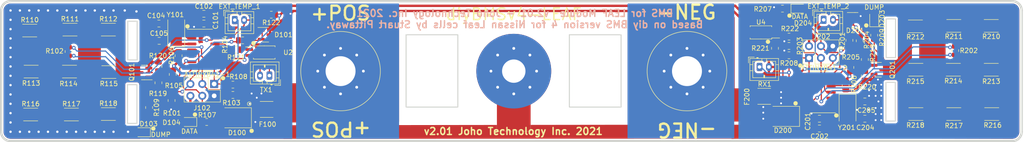
<source format=kicad_pcb>
(kicad_pcb (version 20210126) (generator pcbnew)
  (title_block (title "diyBMSv4 - LEAF") (date "2021-03-10") (rev "2.01") (company "Joho Technology Inc"))
  (layers (0 "F.Cu" signal) (31 "B.Cu" signal) (34 "B.Paste" user) (35 "F.Paste" user) (36 "B.SilkS" user "B.Silkscreen") (37 "F.SilkS" user "F.Silkscreen") (38 "B.Mask" user) (39 "F.Mask" user) (44 "Edge.Cuts" user))
  (net 0 "")
  (net 1 "VREF2")
  (net 2 "ENABLE2")
  (net 3 "DUMP_LOAD_ENABLE2")
  (net 4 "RXD2")
  (net 5 "TXD2")
  (net 6 "Net-(D204-Pad1)")
  (net 7 "Net-(TX1-Pad1)")
  (net 8 "RXD1")
  (net 9 "TXD1")
  (net 10 "+VDC")
  (net 11 "Net-(TX1-Pad2)")
  (net 12 "Net-(ATTINY841-1-Pad2)")
  (net 13 "Net-(ATTINY841-1-Pad3)")
  (net 14 "Net-(ATTINY841-1-Pad4)")
  (net 15 "DUMP_LOAD_ENABLE1")
  (net 16 "ENABLE1")
  (net 17 "Net-(ATTINY841-1-Pad7)")
  (net 18 "MISO1")
  (net 19 "SCK1")
  (net 20 "Net-(ATTINY841-1-Pad10)")
  (net 21 "VREF1")
  (net 22 "GND")
  (net 23 "Net-(D103-Pad1)")
  (net 24 "Net-(D104-Pad1)")
  (net 25 "Net-(Q101-Pad1)")
  (net 26 "Net-(Q101-Pad3)")
  (net 27 "Net-(R110-Pad2)")
  (net 28 "Net-(ATTINY841-2-Pad10)")
  (net 29 "-VDC")
  (net 30 "SCK2")
  (net 31 "MISO2")
  (net 32 "Net-(ATTINY841-2-Pad7)")
  (net 33 "Net-(ATTINY841-2-Pad4)")
  (net 34 "Net-(ATTINY841-2-Pad3)")
  (net 35 "Net-(ATTINY841-2-Pad2)")
  (net 36 "Net-(D203-Pad1)")
  (net 37 "Net-(R111-Pad2)")
  (net 38 "Net-(Q201-Pad1)")
  (net 39 "Net-(Q201-Pad3)")
  (net 40 "Net-(R210-Pad2)")
  (net 41 "Net-(+POS1-Pad1)")
  (net 42 "Net-(-NEG1-Pad1)")
  (net 43 "Net-(R121-Pad1)")
  (net 44 "Net-(R211-Pad2)")
  (net 45 "Net-(R221-Pad2)")
  (footprint "LED_SMD:LED_0805_2012Metric" (layer "F.Cu") (at 83.1 103.9 180)
    (fp_text reference "D104")
    (fp_text value "DATA")
  )
  (footprint "LED_SMD:LED_0805_2012Metric" (layer "F.Cu") (at 73.2 106.1 180)
    (fp_text reference "D103")
    (fp_text value "DUMP")
  )
  (footprint "Package_TO_SOT_SMD:SOT-23" (layer "F.Cu") (at 73.6 93.3 180)
    (fp_text reference "Q101")
    (fp_text value "SM2320NSAC-TRG" hide)
  )
  (footprint "Resistor_SMD:R_0805_2012Metric" (layer "F.Cu") (at 57.4 88.8 -90)
    (fp_text reference "R102")
    (fp_text value "CMFB103F3950FANT" hide)
  )
  (footprint "Resistor_SMD:R_0805_2012Metric" (layer "F.Cu") (at 86.9 103.9 180)
    (fp_text reference "R107")
    (fp_text value "2K2" hide)
  )
  (footprint "Resistor_SMD:R_0805_2012Metric" (layer "F.Cu") (at 76.6 95.5 -90)
    (fp_text reference "R119")
    (fp_text value "510R" hide)
  )
  (footprint "Resistor_SMD:R_0805_2012Metric" (layer "F.Cu") (at 76.6 92 90)
    (fp_text reference "R120")
    (fp_text value "10K" hide)
  )
  (footprint "Resistor_SMD:R_0805_2012Metric" (layer "F.Cu") (at 74.6 100.8 -90)
    (fp_text reference "R109")
    (fp_text value "2K2" hide)
  )
  (footprint "diyBMSv4-Leaf:MountingHole_6.5mm_Pad_Via" (layer "F.Cu") (at 115.5 93 180)
    (fp_text reference "+POS1" hide)
    (fp_text value "Screw_Terminal_01x01")
  )
  (footprint "Package_SO:SOP-4_4.4x2.6mm_P1.27mm" (layer "F.Cu") (at 205.3 84.7 180)
    (fp_text reference "U4")
    (fp_text value "EL3H7(B)(TA)-G" hide)
  )
  (footprint "diyBMSv4-Leaf:MountingHole_6.5mm_Pad_Via" (layer "F.Cu") (at 189.5 93 180)
    (fp_text reference "-NEG1" hide)
    (fp_text value "Screw_Terminal_01x01" hide)
  )
  (footprint "Package_SO:SOIC-14_3.9x8.7mm_P1.27mm" (layer "F.Cu") (at 86.2 88.45)
    (fp_text reference "ATTINY841-1")
    (fp_text value "ATtiny841-SSU" hide)
  )
  (footprint "Resistor_SMD:R_0805_2012Metric" (layer "F.Cu") (at 79.65 93.7 90)
    (fp_text reference "R105")
    (fp_text value "6.8K" hide)
  )
  (footprint "Resistor_SMD:R_0805_2012Metric" (layer "F.Cu") (at 94.6 86.4)
    (fp_text reference "R104")
    (fp_text value "1K" hide)
  )
  (footprint "Resistor_SMD:R_0805_2012Metric" (layer "F.Cu") (at 80.9 89.7 90)
    (fp_text reference "R106")
    (fp_text value "2.7K" hide)
  )
  (footprint "Capacitor_SMD:C_0805_2012Metric" (layer "F.Cu") (at 86.3 82.8)
    (fp_text reference "C101")
    (fp_text value "100nF" hide)
  )
  (footprint "Package_SO:SOP-4_4.4x2.6mm_P1.27mm" (layer "F.Cu") (at 99.2 89)
    (fp_text reference "U2")
    (fp_text value "EL3H7(B)(TA)-G" hide)
  )
  (footprint "Resistor_SMD:R_0805_2012Metric" (layer "F.Cu") (at 79.4 99.3 90)
    (fp_text reference "R101")
    (fp_text value "10K" hide)
  )
  (footprint "Resistor_SMD:R_0805_2012Metric" (layer "F.Cu") (at 92.5 98.1)
    (fp_text reference "R103")
    (fp_text value "10K" hide)
  )
  (footprint "Package_TO_SOT_SMD:SOT-23" (layer "F.Cu") (at 99.5 85.2)
    (fp_text reference "D101")
    (fp_text value "AZ432ANTR-E1" hide)
  )
  (footprint "Resistor_SMD:R_0805_2012Metric" (layer "F.Cu") (at 224.2 86.4 -90)
    (fp_text reference "R201")
    (fp_text value "10K" hide)
  )
  (footprint "Resistor_SMD:R_2010_5025Metric" (layer "F.Cu") (at 57.7 84.1)
    (fp_text reference "R111")
    (fp_text value "3.3OHM 3/4W" hide)
  )
  (footprint "Resistor_SMD:R_0805_2012Metric" (layer "F.Cu") (at 211.3 85.6)
    (fp_text reference "R222")
    (fp_text value "4K7" hide)
  )
  (footprint "Capacitor_SMD:C_0805_2012Metric" (layer "F.Cu") (at 76.75 86.5 180)
    (fp_text reference "C105")
    (fp_text value "22pF" hide)
  )
  (footprint "Capacitor_SMD:C_0805_2012Metric" (layer "F.Cu") (at 76.7 82.8 180)
    (fp_text reference "C104")
    (fp_text value "22pF" hide)
  )
  (footprint "Resistor_SMD:R_0805_2012Metric" (layer "F.Cu") (at 227.5 94 -90)
    (fp_text reference "R220")
    (fp_text value "10K" hide)
  )
  (footprint "Resistor_SMD:R_2010_5025Metric" (layer "F.Cu") (at 254.5 83.3 180)
    (fp_text reference "R210")
    (fp_text value "3.3OHM 3/4W" hide)
  )
  (footprint "Resistor_SMD:R_2010_5025Metric" (layer "F.Cu") (at 57.6 93.1)
    (fp_text reference "R114")
    (fp_text value "3.3OHM 3/4W" hide)
  )
  (footprint "LED_SMD:LED_0805_2012Metric" (layer "F.Cu") (at 229.5 81.8 90)
    (fp_text reference "D203")
    (fp_text value "DUMP")
  )
  (footprint "diyBMSv4-Leaf:MountingHole_6.5mm_Pad_Via" (layer "F.Cu") (at 152.5 93)
    (fp_text reference "CENTER1" hide)
    (fp_text value "Screw_Terminal_01x01" hide)
  )
  (footprint "Crystal:Crystal_SMD_5032-2Pin_5.0x3.2mm" (layer "F.Cu") (at 223.8 101 -90)
    (fp_text reference "Y201")
    (fp_text value "8MHZ Ceramic Resonator" hide)
  )
  (footprint "Resistor_SMD:R_2010_5025Metric" (layer "F.Cu") (at 246.5 83.3 180)
    (fp_text reference "R211")
    (fp_text value "3.3OHM 3/4W" hide)
  )
  (footprint "Diode_SMD:D_SMB" (layer "F.Cu") (at 92.9 103 180)
    (fp_text reference "D100")
    (fp_text value "SMBJ5.0A" hide)
  )
  (footprint "Resistor_SMD:R_2010_5025Metric" (layer "F.Cu") (at 65.9 102.2)
    (fp_text reference "R118")
    (fp_text value "3.3OHM 3/4W" hide)
  )
  (footprint "Resistor_SMD:R_2010_5025Metric" (layer "F.Cu") (at 246.4 92.7 180)
    (fp_text reference "R214")
    (fp_text value "3.3OHM 3/4W" hide)
  )
  (footprint "Package_TO_SOT_SMD:SOT-23" (layer "F.Cu") (at 225.4 82)
    (fp_text reference "D201")
    (fp_text value "AZ432ANTR-E1" hide)
  )
  (footprint "LED_SMD:LED_0805_2012Metric" (layer "F.Cu") (at 213.4 79.6)
    (fp_text reference "D204")
    (fp_text value "DATA")
  )
  (footprint "Resistor_SMD:R_2010_5025Metric" (layer "F.Cu") (at 238.4 92.7 180)
    (fp_text reference "R215")
    (fp_text value "3.3OHM 3/4W" hide)
  )
  (footprint "Diode_SMD:D_SMB" (layer "F.Cu") (at 210 102.7 180)
    (fp_text reference "D200")
    (fp_text value "SMBJ5.0A" hide)
  )
  (footprint "Capacitor_SMD:C_0805_2012Metric" (layer "F.Cu") (at 227.5 99.5)
    (fp_text reference "C205")
    (fp_text value "22pF" hide)
  )
  (footprint "Resistor_SMD:R_2010_5025Metric" (layer "F.Cu") (at 238.4 102.2 180)
    (fp_text reference "R218")
    (fp_text value "3.3OHM 3/4W" hide)
  )
  (footprint "Resistor_SMD:R_0805_2012Metric" (layer "F.Cu") (at 227.5 90.5 90)
    (fp_text reference "R219")
    (fp_text value "510R" hide)
  )
  (footprint "Resistor_SMD:R_2010_5025Metric" (layer "F.Cu") (at 49.3 102.3)
    (fp_text reference "R116")
    (fp_text value "3.3OHM 3/4W" hide)
  )
  (footprint "Connector_JST:JST_PH_B2B-PH-K_1x02_P2.00mm_Vertical" (layer "F.Cu") (at 100.3 93.95 180)
    (fp_text reference "TX1")
    (fp_text value "B2B-PH-K(LF)(SN)" hide)
  )
  (footprint "Resistor_SMD:R_2010_5025Metric" (layer "F.Cu") (at 254.5 92.7 180)
    (fp_text reference "R213")
    (fp_text value "3.3OHM 3/4W" hide)
  )
  (footprint "Fuse:Fuse_1812_4532Metric" (layer "F.Cu") (at 99.7 101.2)
    (fp_text reference "F100")
    (fp_text value "mSMD150" hide)
  )
  (footprint "Package_SO:SOIC-14_3.9x8.7mm_P1.27mm" (layer "F.Cu") (at 217.8 97.5 180)
    (fp_text reference "ATTINY841-2")
    (fp_text value "ATtiny841-SSU" hide)
  )
  (footprint "Fuse:Fuse_1812_4532Metric" (layer "F.Cu") (at 206 98.4)
    (fp_text reference "F200")
    (fp_text value "mSMD150" hide)
  )
  (footprint "Resistor_SMD:R_0805_2012Metric" (layer "F.Cu") (at 223.4 96.1125 -90)
    (fp_text reference "R206")
    (fp_text value "2.7K" hide)
  )
  (footprint "Resistor_SMD:R_2010_5025Metric" (layer "F.Cu") (at 246.5 102.2 180)
    (fp_text reference "R217")
    (fp_text value "3.3OHM 3/4W" hide)
  )
  (footprint "Resistor_SMD:R_2010_5025Metric" (layer "F.Cu") (at 65.9 84.1)
    (fp_text reference "R112")
    (fp_text value "3.3OHM 3/4W" hide)
  )
  (footprint "Resistor_SMD:R_2010_5025Metric" (layer "F.Cu") (at 49.1 84.3)
    (fp_text reference "R110")
    (fp_text value "3.3OHM 3/4W" hide)
  )
  (footprint "Resistor_SMD:R_0805_2012Metric" (layer "F.Cu") (at 208.3 88.1 90)
    (fp_text reference "R221")
    (fp_text value "220" hide)
  )
  (footprint "Resistor_SMD:R_0805_2012Metric" (layer "F.Cu") (at 211.2875 87.6 180)
    (fp_text reference "R203")
    (fp_text value "10K" hide)
  )
  (footprint "Capacitor_SMD:C_0805_2012Metric" (layer "F.Cu") (at 217.8 103.2 180)
    (fp_text reference "C201")
    (fp_text value "100nF" hide)
  )
  (footprint "Capacitor_SMD:C_0805_2012Metric" (layer "F.Cu") (at 227.5 103.2)
    (fp_text reference "C204")
    (fp_text value "22pF" hide)
  )
  (footprint "Connector_JST:JST_PH_B2B-PH-K_1x02_P2.00mm_Vertical" (layer "F.Cu") (at 218.7 82)
    (fp_text reference "EXT_TEMP_2")
    (fp_text value "B2B-PH-K(LF)(SN)" hide)
  )
  (footprint "Resistor_SMD:R_2010_5025Metric" (layer "F.Cu") (at 238.3 83.4 180)
    (fp_text reference "R212")
    (fp_text value "3.3OHM 3/4W" hide)
  )
  (footprint "Resistor_SMD:R_0805_2012Metric" (layer "F.Cu") (at 100.7 80.9)
    (fp_text reference "R122")
    (fp_text value "4K7" hide)
  )
  (footprint "Resistor_SMD:R_0805_2012Metric" (layer "F.Cu") (at 93.2 88.4 180)
    (fp_text reference "R121")
    (fp_text value "220" hide)
  )
  (footprint "Resistor_SMD:R_0805_2012Metric" (layer "F.Cu") (at 224.4 92.2 -90)
    (fp_text reference "R205")
    (fp_text value "6.8K" hide)
  )
  (footprint "Package_TO_SOT_SMD:SOT-23" (layer "F.Cu") (at 230.4 92.7)
    (fp_text reference "Q201")
    (fp_text value "SM2320NSAC-TRG" hide)
  )
  (footprint "Capacitor_SMD:C_0805_2012Metric" (layer "F.Cu") (at 217.8 105.3 180)
    (fp_text reference "C202")
    (fp_text value "1uF" hide)
  )
  (footprint "Resistor_SMD:R_2010_5025Metric" (layer "F.Cu") (at 66 93.2)
    (fp_text reference "R115")
    (fp_text value "3.3OHM 3/4W" hide)
  )
  (footprint "Resistor_SMD:R_0805_2012Metric" (layer "F.Cu") (at 246.8 88.6 -90)
    (fp_text reference "R202")
    (fp_text value "CMFB103F3950FANT" hide)
  )
  (footprint "Connector_JST:JST_PH_B2B-PH-K_1x02_P2.00mm_Vertical" (layer "F.Cu") (at 92.9 82.05)
    (fp_text reference "EXT_TEMP_1")
    (fp_text value "B2B-PH-K(LF)(SN)" hide)
  )
  (footprint "Resistor_SMD:R_0805_2012Metric" (layer "F.Cu") (at 226.4 86.5 90)
    (fp_text reference "R204")
    (fp_text value "1K" hide)
  )
  (footprint "Resistor_SMD:R_2010_5025Metric" (layer "F.Cu") (at 49.4 93.1)
    (fp_text reference "R113")
    (fp_text value "3.3OHM 3/4W" hide)
  )
  (footprint "Connector_PinHeader_2.54mm:PinHeader_2x03_P2.54mm_Vertical" (layer "F.Cu") (at 215.575 90.175 90)
    (fp_text reference "J202")
    (fp_text value "AVR-ISP-6" hide)
  )
  (footprint "Crystal:Crystal_SMD_5032-2Pin_5.0x3.2mm" (layer "F.Cu") (at 80.4 84.7 90)
    (fp_text reference "Y101")
    (fp_text value "8MHZ Ceramic Resonator" hide)
  )
  (footprint "Capacitor_SMD:C_0805_2012Metric" (layer "F.Cu") (at 86.3 80.7)
    (fp_text reference "C102")
    (fp_text value "1uF" hide)
  )
  (footprint "Connector_JST:JST_PH_B2B-PH-K_1x02_P2.00mm_Vertical" (layer "F.Cu") (at 205 92.1)
    (fp_text reference "RX1")
    (fp_text value "B2B-PH-K(LF)(SN)" hide)
  )
  (footprint "Resistor_SMD:R_0805_2012Metric" (layer "F.Cu") (at 211.2875 89.6 180)
    (fp_text reference "R208")
    (fp_text value "10K" hide)
  )
  (footprint "Resistor_SMD:R_2010_5025Metric" (layer "F.Cu") (at 58 102.3)
    (fp_text reference "R117")
    (fp_text value "3.3OHM 3/4W" hide)
  )
  (footprint "Resistor_SMD:R_0805_2012Metric" (layer "F.Cu") (at 209.9 79.6)
    (fp_text reference "R207")
    (fp_text value "2K2" hide)
  )
  (footprint "Resistor_SMD:R_0805_2012Metric" (layer "F.Cu") (at 229.5 85.3 90)
    (fp_text reference "R209")
    (fp_text value "2K2" hide)
  )
  (footprint "Connector_PinHeader_2.54mm:PinHeader_2x03_P2.54mm_Vertical" (layer "F.Cu") (at 88.5 95.75 -90)
    (fp_text reference "J102")
    (fp_text value "AVR-ISP-6" hide)
  )
  (footprint "Resistor_SMD:R_0805_2012Metric" (layer "F.Cu") (at 92.5 95.9)
    (fp_text reference "R108")
    (fp_text value "10K" hide)
  )
  (footprint "Resistor_SMD:R_2010_5025Metric" (layer "F.Cu") (at 254.6 102.2 180)
    (fp_text reference "R216")
    (fp_text value "3.3OHM 3/4W" hide)
  )
  (gr_circle (center 75.5 105.3) (end 75.9 105.3) (layer "F.SilkS") (width 0.12) (fill solid))
  (gr_circle (center 84.4 102.3) (end 84.8 102.3) (layer "F.SilkS") (width 0.12) (fill solid))
  (gr_circle (center 227.8 83.2) (end 228.2 83.2) (layer "F.SilkS") (width 0.12) (fill solid))
  (gr_circle (center 189.5 93) (end 181 93.4) (layer "F.SilkS") (width 0.12) (fill none))
  (gr_circle (center 213.7 91.8) (end 214.1 91.8) (layer "F.SilkS") (width 0.12) (fill solid))
  (gr_circle (center 206.8 86.7) (end 207.2 86.7) (layer "F.SilkS") (width 0.12) (fill solid))
  (gr_circle (center 221.4 102.5) (end 221.8 102.5) (layer "F.SilkS") (width 0.12) (fill solid))
  (gr_circle (center 96 100) (end 96.4 100) (layer "F.SilkS") (width 0.12) (fill none))
  (gr_circle (center 96.9 87) (end 97.3 87) (layer "F.SilkS") (width 0.12) (fill solid))
  (gr_circle (center 82.8 83.4) (end 83.2 83.4) (layer "F.SilkS") (width 0.12) (fill solid))
  (gr_circle (center 90.4 94.5) (end 90.8 94.5) (layer "F.SilkS") (width 0.12) (fill solid))
  (gr_circle (center 212.7 99.9) (end 213.1 99.9) (layer "F.SilkS") (width 0.12) (fill solid))
  (gr_circle (center 211.4 81.1) (end 211.8 81.1) (layer "F.SilkS") (width 0.12) (fill solid))
  (gr_circle (center 96.5 105.8) (end 96.9 105.8) (layer "F.SilkS") (width 0.12) (fill solid))
  (gr_circle (center 115.5 93) (end 124 93.2) (layer "F.SilkS") (width 0.12) (fill none))
  (gr_line (start 261 80) (end 261 106) (layer "Edge.Cuts") (width 0.5))
  (gr_line (start 259 108) (end 45 108) (layer "Edge.Cuts") (width 0.5))
  (gr_rect (start 70 104.2) (end 72 95.9) (layer "Edge.Cuts") (width 0.2) (fill none))
  (gr_arc (start 45 106) (end 43 106) (angle -90) (layer "Edge.Cuts") (width 0.5))
  (gr_rect (start 70.05 90.6) (end 72.05 82.3) (layer "Edge.Cuts") (width 0.2) (fill none))
  (gr_rect (start 232 103.7) (end 234 95.4) (layer "Edge.Cuts") (width 0.2) (fill none))
  (gr_rect (start 232.05 90.1) (end 234.05 81.8) (layer "Edge.Cuts") (width 0.2) (fill none))
  (gr_arc (start 259 106) (end 259 108) (angle -90) (layer "Edge.Cuts") (width 0.5))
  (gr_line (start 259 78) (end 45 78) (layer "Edge.Cuts") (width 0.5))
  (gr_rect (start 129.5 85.2) (end 140.55 100.7) (layer "Edge.Cuts") (width 0.2) (fill none))
  (gr_rect (start 164.375 85.2) (end 175.425 100.7) (layer "Edge.Cuts") (width 0.2) (fill none))
  (gr_arc (start 259 80) (end 261 80) (angle -90) (layer "Edge.Cuts") (width 0.5))
  (gr_line (start 43 80) (end 43 106) (layer "Edge.Cuts") (width 0.5))
  (gr_arc (start 45 80) (end 45 78) (angle -90) (layer "Edge.Cuts") (width 0.5))
  (gr_text "BMS for LEAF Module  v2.01 - Joho Technology Inc. 2021\nBased on diy BMS version 4 for Nissan Leaf cells by Stuart Pittaway." (at 152.699998 81.8) (layer "B.SilkS") (effects (font (size 1.5 1.5) (thickness 0.3)) (justify mirror)))
  (gr_text "+POS" (at 115.5 80.6) (layer "F.SilkS") (effects (font (size 3 3) (thickness 0.5))))
  (gr_text "-NEG" (at 189.4 80.4) (layer "F.SilkS") (effects (font (size 3 3) (thickness 0.5))))
  (gr_text "+POS" (at 115.6 105.4 180) (layer "F.SilkS") (effects (font (size 3 3) (thickness 0.5))))
  (gr_text "-NEG" (at 189.5 105.6 180) (layer "F.SilkS") (effects (font (size 3 3) (thickness 0.5))))
  (gr_text "v2.01 Joho Technology Inc. 2021\n" (at 152.4 105.9) (layer "F.SilkS") (effects (font (size 1.5 1.5) (thickness 0.3))))
  (gr_text "diyBMSv4-LEAF" (at 152.5 80.8) (layer "F.SilkS") (effects (font (size 2.5 2.5) (thickness 0.3))))
  (segment (start 223.5125 82) (end 224.4625 81.05) (width 0.25) (layer "F.Cu") (net 1))
  (segment (start 217.3 98.7) (end 217.065 98.7) (width 0.25) (layer "F.Cu") (net 1))
  (segment (start 224.4625 82.95) (end 224.95 82.95) (width 0.25) (layer "F.Cu") (net 1))
  (segment (start 217.065 98.7) (end 215.575 100.19) (width 0.25) (layer "F.Cu") (net 1))
  (segment (start 224.95 82.95) (end 225.6 83.6) (width 0.25) (layer "F.Cu") (net 1))
  (segment (start 224.4625 81.05) (end 224.4625 82.95) (width 0.25) (layer "F.Cu") (net 1))
  (segment (start 247.0875 87.9) (end 247.3 87.6875) (width 0.25) (layer "F.Cu") (net 1))
  (segment (start 245.7 87.9) (end 247.0875 87.9) (width 0.25) (layer "F.Cu") (net 1))
  (segment (start 225.6 83.6) (end 225.6 84.0875) (width 0.25) (layer "F.Cu") (net 1))
  (segment (start 225.6 84.0875) (end 226.9 85.3875) (width 0.25) (layer "F.Cu") (net 1))
  (segment (start 220.7 82) (end 223.5125 82) (width 0.25) (layer "F.Cu") (net 1))
  (via (at 217.3 98.7) (size 0.8) (drill 0.4) (layers "F.Cu" "B.Cu") (net 1))
  (via (at 225.6 83.6) (size 0.8) (drill 0.4) (layers "F.Cu" "B.Cu") (net 1))
  (via (at 245.7 87.9) (size 0.8) (drill 0.4) (layers "F.Cu" "B.Cu") (net 1))
  (segment (start 229.3 92.5) (end 225.2 96.6) (width 0.25) (layer "B.Cu") (net 1))
  (segment (start 233.1 92.5) (end 229.5 92.5) (width 0.25) (layer "B.Cu") (net 1))
  (segment (start 229.5 92.5) (end 229.3 92.5) (width 0.25) (layer "B.Cu") (net 1))
  (segment (start 229.5 87.7) (end 229.5 92.5) (width 0.25) (layer "B.Cu") (net 1))
  (segment (start 225.2 96.6) (end 219.4 96.6) (width 0.25) (layer "B.Cu") (net 1))
  (segment (start 245.6 87.8) (end 237.8 87.8) (width 0.25) (layer "B.Cu") (net 1))
  (segment (start 245.7 87.9) (end 245.7 87.8) (width 0.25) (layer "B.Cu") (net 1))
  (segment (start 225.6 83.6) (end 225.6 83.8) (width 0.25) (layer "B.Cu") (net 1))
  (segment (start 237.8 87.8) (end 233.1 92.5) (width 0.25) (layer "B.Cu") (net 1))
  (segment (start 245.7 87.9) (end 245.6 87.8) (width 0.25) (layer "B.Cu") (net 1))
  (segment (start 219.4 96.6) (end 217.3 98.7) (width 0.25) (layer "B.Cu") (net 1))
  (segment (start 225.6 83.8) (end 229.5 87.7) (width 0.25) (layer "B.Cu") (net 1))
  (segment (start 226.9 87.5) (end 224.4 90) (width 0.25) (layer "F.Cu") (net 2))
  (segment (start 226.9 87.2125) (end 226.9 87.5) (width 0.25) (layer "F.Cu") (net 2))
  (segment (start 220.275 94.96) (end 220.765 94.96) (width 0.25) (layer "F.Cu") (net 2))
  (segment (start 224.4 90) (end 224.4 91.2875) (width 0.25) (layer "F.Cu") (net 2))
  (segment (start 220.765 94.96) (end 224.45 91.275) (width 0.25) (layer "F.Cu") (net 2))
  (segment (start 220.555 96.1) (end 224.4 96.1) (width 0.25) (layer "F.Cu") (net 3))
  (segment (start 227.5 89.5875) (end 227.1125 89.5875) (width 0.25) (layer "F.Cu") (net 3))
  (segment (start 226 94.5) (end 226 90.8) (width 0.25) (layer "F.Cu") (net 3))
  (segment (start 220.375 96.28) (end 220.555 96.1) (width 0.25) (layer "F.Cu") (net 3))
  (segment (start 224.4 96.1) (end 226 94.5) (width 0.25) (layer "F.Cu") (net 3))
  (segment (start 227.2125 89.5875) (end 227.5 89.5875) (width 0.25) (layer "F.Cu") (net 3))
  (segment (start 226 90.8) (end 227.2125 89.5875) (width 0.25) (layer "F.Cu") (net 3))
  (segment (start 215.425 97.55) (end 214.65 97.55) (width 0.25) (layer "F.Cu") (net 4))
  (segment (start 211.3 94.2) (end 211.3 85.8) (width 0.25) (layer "F.Cu") (net 4))
  (segment (start 215.175 97.3) (end 215.425 97.55) (width 0.25) (layer "F.Cu") (net 4))
  (segment (start 214.65 97.55) (end 211.3 94.2) (width 0.25) (layer "F.Cu") (net 4))
  (segment (start 211.3 85.8) (end 211.5 85.6) (width 0.25) (layer "F.Cu") (net 4))
  (segment (start 211.5 85.6) (end 211.6125 85.6) (width 0.25) (layer "F.Cu") (net 4))
  (via (at 211.3 93.3) (size 0.8) (drill 0.4) (layers "F.Cu" "B.Cu") (net 4))
  (segment (start 211.2 93.4) (end 206.6 93.4) (width 0.25) (layer "B.Cu") (net 4))
  (segment (start 206.6 93.4) (end 205.3 92.1) (width 0.25) (layer "B.Cu") (net 4))
  (segment (start 211.3 93.3) (end 211.2 93.4) (width 0.25) (layer "B.Cu") (net 4))
  (segment (start 207.8 88.6125) (end 207.8 89.3) (width 0.25) (layer "F.Cu") (net 5))
  (segment (start 214.57 98.77) (end 215.325 98.77) (width 0.25) (layer "F.Cu") (net 5))
  (segment (start 207.8 89.3) (end 210 91.5) (width 0.25) (layer "F.Cu") (net 5))
  (segment (start 210 91.5) (end 210 94.2) (width 0.25) (layer "F.Cu") (net 5))
  (segment (start 210 94.2) (end 214.57 98.77) (width 0.25) (layer "F.Cu") (net 5))
  (segment (start 210 94.2) (end 210.5 94.7) (width 0.25) (layer "F.Cu") (net 5))
  (segment (start 215.295 98.8) (end 215.325 98.77) (width 0.25) (layer "F.Cu") (net 5))
  (segment (start 215.425 98.82) (end 215.395 98.85) (width 0.5) (layer "F.Cu") (net 5))
  (segment (start 212.2125 79.85) (end 212.4625 79.6) (width 0.25) (layer "F.Cu") (net 6))
  (segment (start 210.8125 79.6) (end 212.4625 79.6) (width 0.25) (layer "F.Cu") (net 6))
  (segment (start 100.3 91.7225) (end 102.265 89.7575) (width 0.25) (layer "F.Cu") (net 7))
  (segment (start 100.3 93.1) (end 100.3 91.7225) (width 0.25) (layer "F.Cu") (net 7))
  (segment (start 95 90.6) (end 94.7 90.3) (width 0.25) (layer "F.Cu") (net 8))
  (segment (start 202.1125 84.065) (end 202.1125 81.3125) (width 0.5) (layer "F.Cu") (net 8))
  (segment (start 88.675 88.45) (end 88.925 88.7) (width 0.25) (layer "F.Cu") (net 8))
  (segment (start 202.1125 81.3125) (end 199.8 79) (width 0.5) (layer "F.Cu") (net 8))
  (segment (start 94.7 90.3) (end 91.8 90.3) (width 0.25) (layer "F.Cu") (net 8))
  (segment (start 91.8 90.3) (end 89.95 88.45) (width 0.25) (layer "F.Cu") (net 8))
  (segment (start 102.625 80.9) (end 101.6125 80.9) (width 0.5) (layer "F.Cu") (net 8))
  (segment (start 104.525 79) (end 102.625 80.9) (width 0.5) (layer "F.Cu") (net 8))
  (segment (start 89.95 88.45) (end 88.675 88.45) (width 0.25) (layer "F.Cu") (net 8))
  (segment (start 199.8 79) (end 104.525 79) (width 0.5) (layer "F.Cu") (net 8))
  (via (at 102.4 81.1) (size 0.8) (drill 0.4) (layers "F.Cu" "B.Cu") (net 8))
  (via (at 95 90.6) (size 0.8) (drill 0.4) (layers "F.Cu" "B.Cu") (net 8))
  (segment (start 102.4 82.1) (end 102.4 81.1) (width 0.25) (layer "B.Cu") (net 8))
  (segment (start 95 90.6) (end 95 89.5) (width 0.25) (layer "B.Cu") (net 8))
  (segment (start 95 89.5) (end 102.4 82.1) (width 0.25) (layer "B.Cu") (net 8))
  (segment (start 88.675 87.18) (end 90.68 87.18) (width 0.25) (layer "F.Cu") (net 9))
  (segment (start 91.8 88.3) (end 92.4 88.3) (width 0.25) (layer "F.Cu") (net 9))
  (segment (start 88.675 87.18) (end 88.705 87.15) (width 0.5) (layer "F.Cu") (net 9))
  (segment (start 90.68 87.18) (end 91.8 88.3) (width 0.25) (layer "F.Cu") (net 9))
  (segment (start 199.4 80.1) (end 200.8 81.5) (width 0.5) (layer "F.Cu") (net 10))
  (segment (start 79.3 100.3125) (end 79.4 100.2125) (width 0.25) (layer "F.Cu") (net 10))
  (segment (start 200.8 81.5) (end 200.8 85.2) (width 0.5) (layer "F.Cu") (net 10))
  (segment (start 104.8 80.7) (end 105.4 80.1) (width 0.5) (layer "F.Cu") (net 10))
  (segment (start 72.2625 106.1) (end 71.9125 105.75) (width 0.5) (layer "F.Cu") (net 10))
  (segment (start 200.935 85.335) (end 202.0125 85.335) (width 0.5) (layer "F.Cu") (net 10))
  (segment (start 79.3 101.2) (end 79.3 100.3125) (width 0.25) (layer "F.Cu") (net 10))
  (segment (start 85.35 82.8) (end 84.9 82.8) (width 0.5) (layer "F.Cu") (net 10))
  (segment (start 84.9 82.8) (end 84.2 83.5) (width 0.5) (layer "F.Cu") (net 10))
  (segment (start 83.725 84.64) (end 83.725 84.425) (width 0.25) (layer "F.Cu") (net 10))
  (segment (start 105.4 80.1) (end 199.4 80.1) (width 0.5) (layer "F.Cu") (net 10))
  (segment (start 202.0125 85.335) (end 201.035 85.335) (width 0.25) (layer "F.Cu") (net 10))
  (segment (start 83.725 83.975) (end 83.725 84.64) (width 0.5) (layer "F.Cu") (net 10))
  (segment (start 85.35 80.7) (end 85.35 82.8) (width 0.5) (layer "F.Cu") (net 10))
  (segment (start 79.3 101.2) (end 79.4 101.1) (width 0.25) (layer "F.Cu") (net 10))
  (segment (start 200.8 85.2) (end 200.935 85.335) (width 0.5) (layer "F.Cu") (net 10))
  (segment (start 84.2 83.5) (end 83.725 83.975) (width 0.5) (layer "F.Cu") (net 10))
  (via (at 47 80) (size 1) (drill 0.5) (layers "F.Cu" "B.Cu") (net 10))
  (via (at 49 80) (size 1) (drill 0.5) (layers "F.Cu" "B.Cu") (net 10))
  (via (at 51 80) (size 1) (drill 0.5) (layers "F.Cu" "B.Cu") (net 10))
  (via (at 53 80) (size 1) (drill 0.5) (layers "F.Cu" "B.Cu") (net 10))
  (via (at 55 80) (size 1) (drill 0.5) (layers "F.Cu" "B.Cu") (net 10))
  (via (at 57 80) (size 1) (drill 0.5) (layers "F.Cu" "B.Cu") (net 10))
  (via (at 59 80) (size 1) (drill 0.5) (layers "F.Cu" "B.Cu") (net 10))
  (via (at 61 80) (size 1) (drill 0.5) (layers "F.Cu" "B.Cu") (net 10))
  (via (at 63 80) (size 1) (drill 0.5) (layers "F.Cu" "B.Cu") (net 10))
  (via (at 65 80) (size 1) (drill 0.5) (layers "F.Cu" "B.Cu") (net 10))
  (via (at 67 80) (size 1) (drill 0.5) (layers "F.Cu" "B.Cu") (net 10))
  (via (at 71.9 80.2) (size 1) (drill 0.5) (layers "F.Cu" "B.Cu") (net 10))
  (via (at 69.4 80) (size 1) (drill 0.5) (layers "F.Cu" "B.Cu") (net 10))
  (via (at 45 82) (size 1) (drill 0.5) (layers "F.Cu" "B.Cu") (net 10))
  (via (at 45 84) (size 1) (drill 0.5) (layers "F.Cu" "B.Cu") (net 10))
  (via (at 45 86) (size 1) (drill 0.5) (layers "F.Cu" "B.Cu") (net 10))
  (via (at 45 88) (size 1) (drill 0.5) (layers "F.Cu" "B.Cu") (net 10))
  (via (at 45 90) (size 1) (drill 0.5) (layers "F.Cu" "B.Cu") (net 10))
  (via (at 45 92) (size 1) (drill 0.5) (layers "F.Cu" "B.Cu") (net 10))
  (via (at 45 94) (size 1) (drill 0.5) (layers "F.Cu" "B.Cu") (net 10))
  (via (at 45 96) (size 1) (drill 0.5) (layers "F.Cu" "B.Cu") (net 10))
  (via (at 45 98) (size 1) (drill 0.5) (layers "F.Cu" "B.Cu") (net 10))
  (via (at 45 102) (size 1) (drill 0.5) (layers "F.Cu" "B.Cu") (net 10))
  (via (at 45 100) (size 1) (drill 0.5) (layers "F.Cu" "B.Cu") (net 10))
  (via (at 45 104) (size 1) (drill 0.5) (layers "F.Cu" "B.Cu") (net 10))
  (via (at 45 106) (size 1) (drill 0.5) (layers "F.Cu" "B.Cu") (net 10))
  (via (at 47 106) (size 1) (drill 0.5) (layers "F.Cu" "B.Cu") (net 10))
  (via (at 49 106) (size 1) (drill 0.5) (layers "F.Cu" "B.Cu") (net 10))
  (via (at 51 106) (size 1) (drill 0.5) (layers "F.Cu" "B.Cu") (net 10))
  (via (at 53 106) (size 1) (drill 0.5) (layers "F.Cu" "B.Cu") (net 10))
  (via (at 55 106) (size 1) (drill 0.5) (layers "F.Cu" "B.Cu") (net 10))
  (via (at 57 106) (size 1) (drill 0.5) (layers "F.Cu" "B.Cu") (net 10))
  (via (at 59 106) (size 1) (drill 0.5) (layers "F.Cu" "B.Cu") (net 10))
  (via (at 61 106) (size 1) (drill 0.5) (layers "F.Cu" "B.Cu") (net 10))
  (via (at 63 106) (size 1) (drill 0.5) (layers "F.Cu" "B.Cu") (net 10))
  (via (at 65 106) (size 1) (drill 0.5) (layers "F.Cu" "B.Cu") (net 10))
  (via (at 67 106) (size 1) (drill 0.5) (layers "F.Cu" "B.Cu") (net 10))
  (via (at 70.1 106) (size 1) (drill 0.5) (layers "F.Cu" "B.Cu") (net 10))
  (via (at 45 80) (size 1) (drill 0.5) (layers "F.Cu" "B.Cu") (net 10))
  (via (at 98.6 97.8) (size 0.8) (drill 0.4) (layers "F.Cu" "B.Cu") (net 10))
  (via (at 104.8 80.7) (size 0.8) (drill 0.4) (layers "F.Cu" "B.Cu") (net 10))
  (via (at 96.5 97.8) (size 0.8) (drill 0.4) (layers "F.Cu" "B.Cu") (net 10))
  (via (at 97.6 98.7) (size 0.8) (drill 0.4) (layers "F.Cu" "B.Cu") (net 10))
  (via (at 96.1 100) (size 0.8) (drill 0.4) (layers "F.Cu" "B.Cu") (net 10))
  (via (at 84.2 83.5) (size 0.8) (drill 0.4) (layers "F.Cu" "B.Cu") (net 10))
  (via (at 97.3 103.9) (size 0.8) (drill 0.4) (layers "F.Cu" "B.Cu") (net 10))
  (via (at 79.3 101.2) (size 0.8) (drill 0.4) (layers "F.Cu" "B.Cu") (net 10))
  (segment (start 98.3 91.9) (end 98.3 93.1) (width 0.25) (layer "F.Cu") (net 11))
  (segment (start 101.835 88.365) (end 98.3 91.9) (width 0.25) (layer "F.Cu") (net 11))
  (segment (start 82.05 84.65) (end 82.05 85.05) (width 0.5) (layer "F.Cu") (net 12))
  (segment (start 80.4 82.85) (end 80.4 83) (width 0.5) (layer "F.Cu") (net 12))
  (segment (start 82.05 85.05) (end 82.8 85.8) (width 0.5) (layer "F.Cu") (net 12))
  (segment (start 80.4 83) (end 82.05 84.65) (width 0.5) (layer "F.Cu") (net 12))
  (segment (start 77.65 82.8) (end 80.35 82.8) (width 0.5) (layer "F.Cu") (net 12))
  (segment (start 80.35 82.8) (end 80.4 82.85) (width 0.25) (layer "F.Cu") (net 12))
  (segment (start 77.7 86.5) (end 77.75 86.55) (width 0.25) (layer "F.Cu") (net 13))
  (segment (start 81.03 87.18) (end 80.4 86.55) (width 0.25) (layer "F.Cu") (net 13))
  (segment (start 83.725 87.18) (end 81.03 87.18) (width 0.5) (layer "F.Cu") (net 13))
  (segment (start 77.75 86.55) (end 80.4 86.55) (width 0.5) (layer "F.Cu") (net 13))
  (segment (start 83.42 95.75) (end 83.42 94.73) (width 0.25) (layer "F.Cu") (net 14))
  (segment (start 81.5875 97.2875) (end 81.7 97.4) (width 0.25) (layer "F.Cu") (net 14))
  (segment (start 84.6 88.35) (end 82.95 88.35) (width 0.25) (layer "F.Cu") (net 14))
  (segment (start 80.3875 97.4) (end 79.4 98.3875) (width 0.25) (layer "F.Cu") (net 14))
  (segment (start 85.2 92.95) (end 85.2 88.95) (width 0.25) (layer "F.Cu") (net 14))
  (segment (start 85.2 88.95) (end 84.6 88.35) (width 0.25) (layer "F.Cu") (net 14))
  (segment (start 83.42 94.73) (end 85.2 92.95) (width 0.25) (layer "F.Cu") (net 14))
  (segment (start 81.6125 97.4875) (end 81.7 97.4) (width 0.25) (layer "F.Cu") (net 14))
  (segment (start 81.7 97.4) (end 80.3875 97.4) (width 0.25) (layer "F.Cu") (net 14))
  (via (at 81.7 97.4) (size 0.8) (drill 0.4) (layers "F.Cu" "B.Cu") (net 14))
  (segment (start 83.42 95.75) (end 83.35 95.75) (width 0.25) (layer "B.Cu") (net 14))
  (segment (start 83.35 95.75) (end 81.7 97.4) (width 0.25) (layer "B.Cu") (net 14))
  (segment (start 78.1 91.5) (end 78.1 95.2) (width 0.25) (layer "F.Cu") (net 15))
  (segment (start 78.1 95.2) (end 76.8875 96.4125) (width 0.25) (layer "F.Cu") (net 15))
  (segment (start 76.8875 96.4125) (end 76.6 96.4125) (width 0.25) (layer "F.Cu") (net 15))
  (segment (start 79.88 89.72) (end 78.1 91.5) (width 0.25) (layer "F.Cu") (net 15))
  (segment (start 76.6 96.4125) (end 76.9875 96.4125) (width 0.25) (layer "F.Cu") (net 15))
  (segment (start 83.725 89.72) (end 79.88 89.72) (width 0.25) (layer "F.Cu") (net 15))
  (segment (start 80.275 94.725) (end 79.65 94.725) (width 0.25) (layer "F.Cu") (net 16))
  (segment (start 81.15 93.85) (end 80.275 94.725) (width 0.25) (layer "F.Cu") (net 16))
  (segment (start 83.575 90.89) (end 82.61 90.89) (width 0.25) (layer "F.Cu") (net 16))
  (segment (start 93.3 86.7) (end 92.2 86.7) (width 0.25) (layer "F.Cu") (net 16))
  (segment (start 81.15 92.35) (end 81.15 93.85) (width 0.25) (layer "F.Cu") (net 16))
  (segment (start 82.61 90.89) (end 81.15 92.35) (width 0.25) (layer "F.Cu") (net 16))
  (via (at 82.5 90.8) (size 0.8) (drill 0.4) (layers "F.Cu" "B.Cu") (net 16))
  (via (at 92.2 86.7) (size 0.8) (drill 0.4) (layers "F.Cu" "B.Cu") (net 16))
  (segment (start 88.5 86.8) (end 84.5 90.8) (width 0.25) (layer "B.Cu") (net 16))
  (segment (start 92.1 86.8) (end 88.5 86.8) (width 0.25) (layer "B.Cu") (net 16))
  (segment (start 92.2 86.7) (end 92.1 86.8) (width 0.25) (layer "B.Cu") (net 16))
  (segment (start 84.5 90.8) (end 82.5 90.8) (width 0.25) (layer "B.Cu") (net 16))
  (segment (start 82.4 97) (end 84.67 97) (width 0.25) (layer "F.Cu") (net 17))
  (segment (start 81.95 94.35) (end 81.95 96.55) (width 0.25) (layer "F.Cu") (net 17))
  (segment (start 81.95 96.55) (end 82.4 97) (width 0.25) (layer "F.Cu") (net 17))
  (segment (start 83.575 92.16) (end 83.575 92.725) (width 0.25) (layer "F.Cu") (net 17))
  (segment (start 85.96 100.1025) (end 82.1625 103.9) (width 0.25) (layer "F.Cu") (net 17))
  (segment (start 84.67 97) (end 85.96 98.29) (width 0.25) (layer "F.Cu") (net 17))
  (segment (start 83.575 92.725) (end 81.95 94.35) (width 0.25) (layer "F.Cu") (net 17))
  (segment (start 85.96 98.29) (end 85.96 100.1025) (width 0.25) (layer "F.Cu") (net 17))
  (segment (start 88.525 95.725) (end 88.5 95.75) (width 0.25) (layer "F.Cu") (net 18))
  (segment (start 91.4375 95.75) (end 91.5875 95.9) (width 0.25) (layer "F.Cu") (net 18))
  (segment (start 88.5 95.75) (end 91.4375 95.75) (width 0.25) (layer "F.Cu") (net 18))
  (segment (start 88.525 92.16) (end 88.525 95.725) (width 0.25) (layer "F.Cu") (net 18))
  (segment (start 93.6 82.125) (end 93.6 90.65) (width 0.25) (layer "B.Cu") (net 18))
  (segment (start 88.5 95.75) (end 93.5 90.75) (width 0.25) (layer "B.Cu") (net 18))
  (segment (start 93.1 81.625) (end 93.6 82.125) (width 0.25) (layer "B.Cu") (net 18))
  (segment (start 93.6 90.65) (end 93.5 90.75) (width 0.25) (layer "B.Cu") (net 18))
  (segment (start 85.8 89.78) (end 86.91 90.89) (width 0.25) (layer "F.Cu") (net 19))
  (segment (start 85.96 95.75) (end 85.96 91.84) (width 0.25) (layer "F.Cu") (net 19))
  (segment (start 58.4875 89.7125) (end 57.4 89.7125) (width 0.25) (layer "F.Cu") (net 19))
  (segment (start 85.96 91.84) (end 86.91 90.89) (width 0.25) (layer "F.Cu") (net 19))
  (segment (start 86.91 90.89) (end 88.525 90.89) (width 0.25) (layer "F.Cu") (net 19))
  (segment (start 90.4875 97) (end 91.5875 98.1) (width 0.25) (layer "F.Cu") (net 19))
  (segment (start 85.96 95.75) (end 87.21 97) (width 0.25) (layer "F.Cu") (net 19))
  (segment (start 85.8 87.85) (end 85.8 89.78) (width 0.25) (layer "F.Cu") (net 19))
  (segment (start 87.21 97) (end 90.4875 97) (width 0.25) (layer "F.Cu") (net 19))
  (segment (start 58.5 89.7) (end 58.4875 89.7125) (width 0.25) (layer "F.Cu") (net 19))
  (via (at 58.5 89.7) (size 0.8) (drill 0.4) (layers "F.Cu" "B.Cu") (net 19))
  (via (at 85.8 87.85) (size 0.8) (drill 0.4) (layers "F.Cu" "B.Cu") (net 19))
  (segment (start 58.5 89.7) (end 58.7 89.9) (width 0.25) (layer "B.Cu") (net 19))
  (segment (start 68.8 93.4) (end 74.7 93.4) (width 0.25) (layer "B.Cu") (net 19))
  (segment (start 58.7 89.9) (end 65.3 89.9) (width 0.25) (layer "B.Cu") (net 19))
  (segment (start 65.3 89.9) (end 68.8 93.4) (width 0.25) (layer "B.Cu") (net 19))
  (segment (start 74.7 93.4) (end 75.3 92.8) (width 0.25) (layer "B.Cu") (net 19))
  (segment (start 80.25 87.85) (end 75.3 92.8) (width 0.25) (layer "B.Cu") (net 19))
  (segment (start 85.8 87.85) (end 80.25 87.85) (width 0.25) (layer "B.Cu") (net 19))
  (segment (start 75.3 92.8) (end 75.16 92.94) (width 0.25) (layer "B.Cu") (net 19))
  (segment (start 85.8 87.85) (end 85.11 87.85) (width 0.25) (layer "B.Cu") (net 19))
  (segment (start 79.9 91.9) (end 79.65 92.15) (width 0.25) (layer "F.Cu") (net 20))
  (segment (start 79.65 92.15) (end 79.65 92.7875) (width 0.25) (layer "F.Cu") (net 20))
  (segment (start 80.9 90.7) (end 80.9 90.6125) (width 0.25) (layer "F.Cu") (net 20))
  (segment (start 90.25 90.15) (end 89.72 89.62) (width 0.5) (layer "F.Cu") (net 20))
  (segment (start 90.25 92.63) (end 90.25 90.15) (width 0.5) (layer "F.Cu") (net 20))
  (segment (start 80.9 90.9) (end 80.9 90.6125) (width 0.25) (layer "F.Cu") (net 20))
  (segment (start 89.408 93.472) (end 90.25 92.63) (width 0.5) (layer "F.Cu") (net 20))
  (segment (start 79.9 91.9) (end 80.9 90.9) (width 0.5) (layer "F.Cu") (net 20))
  (segment (start 89.72 89.62) (end 88.525 89.62) (width 0.5) (layer "F.Cu") (net 20))
  (via (at 89.408 93.472) (size 0.8) (drill 0.4) (layers "F.Cu" "B.Cu") (net 20))
  (via (at 79.9 91.9) (size 0.8) (drill 0.4) (layers "F.Cu" "B.Cu") (net 20))
  (segment (start 79.9 91.9) (end 81.472 93.472) (width 0.5) (layer "B.Cu") (net 20))
  (segment (start 81.472 93.472) (end 89.408 93.472) (width 0.5) (layer "B.Cu") (net 20))
  (segment (start 79.9 91.9) (end 79.9 91.7) (width 0.25) (layer "B.Cu") (net 20))
  (segment (start 92.19 85.91) (end 88.675 85.91) (width 0.25) (layer "F.Cu") (net 21))
  (segment (start 57.5125 88) (end 57.4 87.8875) (width 0.25) (layer "F.Cu") (net 21))
  (segment (start 94.9 82.6) (end 94.9 83.2) (width 0.25) (layer "F.Cu") (net 21))
  (segment (start 98.3125 86.4) (end 98.5625 86.15) (width 0.25) (layer "F.Cu") (net 21))
  (segment (start 86.9 86.35) (end 87.985 86.35) (width 0.25) (layer "F.Cu") (net 21))
  (segment (start 94.9 82.05) (end 96.3625 82.05) (width 0.25) (layer "F.Cu") (net 21))
  (segment (start 98.7625 84.15) (end 98.7625 86.05) (width 0.25) (layer "F.Cu") (net 21))
  (segment (start 58.5 88) (end 57.5125 88) (width 0.25) (layer "F.Cu") (net 21))
  (segment (start 94.9 83.2) (end 92.19 85.91) (width 0.25) (layer "F.Cu") (net 21))
  (segment (start 96.3625 82.05) (end 98.5625 84.25) (width 0.25) (layer "F.Cu") (net 21))
  (segment (start 95.5125 86.4) (end 98.3125 86.4) (width 0.25) (layer "F.Cu") (net 21))
  (segment (start 87.985 86.35) (end 88.525 85.81) (width 0.25) (layer "F.Cu") (net 21))
  (via (at 58.5 88) (size 0.8) (drill 0.4) (layers "F.Cu" "B.Cu") (net 21))
  (via (at 86.9 86.35) (size 0.8) (drill 0.4) (layers "F.Cu" "B.Cu") (net 21))
  (segment (start 58.5 88) (end 59.2 88.7) (width 0.25) (layer "B.Cu") (net 21))
  (segment (start 80.45 86.35) (end 86.9 86.35) (width 0.25) (layer "B.Cu") (net 21))
  (segment (start 74.2 92.6) (end 80.45 86.35) (width 0.25) (layer "B.Cu") (net 21))
  (segment (start 69.2 92.6) (end 74.2 92.6) (width 0.25) (layer "B.Cu") (net 21))
  (segment (start 65.3 88.7) (end 69.2 92.6) (width 0.25) (layer "B.Cu") (net 21))
  (segment (start 59.2 88.7) (end 65.3 88.7) (width 0.25) (layer "B.Cu") (net 21))
  (segment (start 224.8 85.6875) (end 224.7 85.7875) (width 0.25) (layer "F.Cu") (net 22))
  (segment (start 220.375 101.36) (end 220.375 101.575) (width 0.25) (layer "F.Cu") (net 22))
  (segment (start 74.1375 102.175) (end 74.6 101.7125) (width 0.25) (layer "F.Cu") (net 23))
  (segment (start 74.1375 106.1) (end 74.1375 102.175) (width 0.25) (layer "F.Cu") (net 23))
  (segment (start 85.9 103.9) (end 86 103.8) (width 0.25) (layer "F.Cu") (net 24))
  (segment (start 84.0375 103.9) (end 85.9 103.9) (width 0.25) (layer "F.Cu") (net 24))
  (segment (start 74.5375 94.25) (end 76.2625 94.25) (width 0.5) (layer "F.Cu") (net 25))
  (segment (start 76.6 94.5875) (end 76.6 92.9125) (width 0.5) (layer "F.Cu") (net 25))
  (segment (start 76.2625 94.25) (end 76.6 94.5875) (width 0.25) (layer "F.Cu") (net 25))
  (segment (start 76.5625 92.95) (end 76.6 92.9125) (width 0.25) (layer "F.Cu") (net 25))
  (segment (start 72.6625 93.3) (end 72.6125 93.35) (width 0.25) (layer "F.Cu") (net 26))
  (segment (start 72.6125 93.35) (end 72.6125 95.8125) (width 0.25) (layer "F.Cu") (net 26))
  (segment (start 74.6 97.8) (end 74.6 99.8875) (width 0.25) (layer "F.Cu") (net 26))
  (segment (start 72.6125 95.8125) (end 74.6 97.8) (width 0.25) (layer "F.Cu") (net 26))
  (segment (start 213.8 93.2) (end 213.8 95.8) (width 0.5) (layer "F.Cu") (net 28))
  (segment (start 214.23 96.23) (end 215.425 96.23) (width 0.5) (layer "F.Cu") (net 28))
  (segment (start 214.472 92.528) (end 213.8 93.2) (width 0.5) (layer "F.Cu") (net 28))
  (segment (start 214.692 92.528) (end 214.472 92.528) (width 0.5) (layer "F.Cu") (net 28))
  (segment (start 224.45 93.85) (end 224.45 93.2125) (width 0.25) (layer "F.Cu") (net 28))
  (segment (start 224.2 94.1) (end 223.2 95.1) (width 0.5) (layer "F.Cu") (net 28))
  (segment (start 223.2 95.1) (end 223.2 95.3875) (width 0.25) (layer "F.Cu") (net 28))
  (segment (start 224.2 94.1) (end 224.45 93.85) (width 0.25) (layer "F.Cu") (net 28))
  (segment (start 223.2 95.3) (end 223.2 95.3875) (width 0.25) (layer "F.Cu") (net 28))
  (segment (start 213.8 95.8) (end 214.23 96.23) (width 0.5) (layer "F.Cu") (net 28))
  (via (at 224.2 94.1) (size 0.8) (drill 0.4) (layers "F.Cu" "B.Cu") (net 28))
  (via (at 214.692 92.528) (size 0.8) (drill 0.4) (layers "F.Cu" "B.Cu") (net 28))
  (segment (start 224.2 94.1) (end 224.2 94.3) (width 0.25) (layer "B.Cu") (net 28))
  (segment (start 224.2 94.1) (end 222.628 92.528) (width 0.5) (layer "B.Cu") (net 28))
  (segment (start 222.628 92.528) (end 214.692 92.528) (width 0.5) (layer "B.Cu") (net 28))
  (segment (start 223.4 97.2125) (end 225.2 97.2125) (width 0.5) (layer "F.Cu") (net 29))
  (segment (start 216.85 105.3) (end 216.85 103.2) (width 0.5) (layer "F.Cu") (net 29))
  (segment (start 225.2 97.2125) (end 227.5 94.9125) (width 0.5) (layer "F.Cu") (net 29))
  (segment (start 210.4 84.9) (end 210.4 85.5875) (width 0.25) (layer "F.Cu") (net 29))
  (segment (start 208.4875 84.065) (end 209.565 84.065) (width 0.25) (layer "F.Cu") (net 29))
  (segment (start 215.325 101.31) (end 215.325 101.325) (width 0.25) (layer "F.Cu") (net 29))
  (segment (start 210.4 85.5875) (end 210.3875 85.6) (width 0.25) (layer "F.Cu") (net 29))
  (segment (start 225.8 101.3) (end 228.3 101.3) (width 0.5) (layer "F.Cu") (net 29))
  (segment (start 226.3375 81.4625) (end 226.3375 81.6375) (width 0.25) (layer "F.Cu") (net 29))
  (segment (start 209.565 84.065) (end 210.4 84.9) (width 0.25) (layer "F.Cu") (net 29))
  (segment (start 226.3375 81.6375) (end 226.3375 82) (width 0.25) (layer "F.Cu") (net 29))
  (segment (start 216.85 103.2) (end 216.85 102.85) (width 0.25) (layer "F.Cu") (net 29))
  (segment (start 228.2 94.8) (end 229.35 93.65) (width 0.5) (layer "F.Cu") (net 29))
  (segment (start 227.5 94.9125) (end 228.2 94.9125) (width 0.25) (layer "F.Cu") (net 29))
  (segment (start 228.35 95.7625) (end 227.5 94.9125) (width 0.5) (layer "F.Cu") (net 29))
  (segment (start 228.35 103.2) (end 228.35 99.5) (width 0.5) (layer "F.Cu") (net 29))
  (segment (start 215.325 101.325) (end 216.85 102.85) (width 0.5) (layer "F.Cu") (net 29))
  (segment (start 228.35 99.5) (end 228.35 95.7625) (width 0.5) (layer "F.Cu") (net 29))
  (segment (start 228.2 94.9125) (end 228.2 94.8) (width 0.5) (layer "F.Cu") (net 29))
  (segment (start 229.35 93.65) (end 229.4625 93.65) (width 0.5) (layer "F.Cu") (net 29))
  (segment (start 208.5 79.3) (end 208.1 79.3) (width 0.25) (layer "F.Cu") (net 29))
  (segment (start 226.6 81.2) (end 226.3375 81.4625) (width 0.25) (layer "F.Cu") (net 29))
  (via (at 205.8 101.9) (size 0.8) (drill 0.4) (layers "F.Cu" "B.Cu") (net 29))
  (via (at 229.8 100.9) (size 0.8) (drill 0.4) (layers "F.Cu" "B.Cu") (net 29))
  (via (at 225.8 101.3) (size 0.8) (drill 0.4) (layers "F.Cu" "B.Cu") (net 29))
  (via (at 231 100.9) (size 0.8) (drill 0.4) (layers "F.Cu" "B.Cu") (net 29))
  (via (at 231 98.3) (size 0.8) (drill 0.4) (layers "F.Cu" "B.Cu") (net 29))
  (via (at 231 103.5) (size 0.8) (drill 0.4) (layers "F.Cu" "B.Cu") (net 29))
  (via (at 209.6 98.7) (size 0.8) (drill 0.4) (layers "F.Cu" "B.Cu") (net 29))
  (via (at 210.3 86.6) (size 0.8) (drill 0.4) (layers "F.Cu" "B.Cu") (net 29))
  (via (at 230.4 99.5) (size 0.8) (drill 0.4) (layers "F.Cu" "B.Cu") (net 29))
  (via (at 209.6 99.9) (size 0.8) (drill 0.4) (layers "F.Cu" "B.Cu") (net 29))
  (via (at 229.8 103.5) (size 0.8) (drill 0.4) (layers "F.Cu" "B.Cu") (net 29))
  (via (at 205.8 100.7) (size 0.8) (drill 0.4) (layers "F.Cu" "B.Cu") (net 29))
  (via (at 210.3 88.6) (size 0.8) (drill 0.4) (layers "F.Cu" "B.Cu") (net 29))
  (via (at 230.3 94.8) (size 0.8) (drill 0.4) (layers "F.Cu" "B.Cu") (net 29))
  (via (at 208.1 79.3) (size 0.8) (drill 0.4) (layers "F.Cu" "B.Cu") (net 29))
  (via (at 205.8 103.2) (size 0.8) (drill 0.4) (layers "F.Cu" "B.Cu") (net 29))
  (via (at 229.8 98.3) (size 0.8) (drill 0.4) (layers "F.Cu" "B.Cu") (net 29))
  (via (at 231 102.2) (size 0.8) (drill 0.4) (layers "F.Cu" "B.Cu") (net 29))
  (via (at 216.1 102.1) (size 0.8) (drill 0.4) (layers "F.Cu" "B.Cu") (net 29))
  (via (at 209.6 97.5) (size 0.8) (drill 0.4) (layers "F.Cu" "B.Cu") (net 29))
  (via (at 228.4 97.1) (size 0.8) (drill 0.4) (layers "F.Cu" "B.Cu") (net 29))
  (via (at 229.8 102.2) (size 0.8) (drill 0.4) (layers "F.Cu" "B.Cu") (net 29))
  (via (at 229.8 97.1) (size 0.8) (drill 0.4) (layers "F.Cu" "B.Cu") (net 29))
  (via (at 229.8 96) (size 0.8) (drill 0.4) (layers "F.Cu" "B.Cu") (net 29))
  (via (at 226.6 81.2) (size 0.8) (drill 0.4) (layers "F.Cu" "B.Cu") (net 29))
  (via (at 228.4 98.3) (size 0.8) (drill 0.4) (layers "F.Cu" "B.Cu") (net 29))
  (via (at 228.3 101.3) (size 0.8) (drill 0.4) (layers "F.Cu" "B.Cu") (net 29))
  (via (at 231 95.9) (size 0.8) (drill 0.4) (layers "F.Cu" "B.Cu") (net 29))
  (via (at 231 97.1) (size 0.8) (drill 0.4) (layers "F.Cu" "B.Cu") (net 29))
  (segment (start 218.14 90.25) (end 218.14 94.16) (width 0.25) (layer "F.Cu") (net 30))
  (segment (start 218.2 96.12) (end 217.19 95.11) (width 0.25) (layer "F.Cu") (net 30))
  (segment (start 245.7 89.5) (end 245.7125 89.5125) (width 0.25) (layer "F.Cu") (net 30))
  (segment (start 245.7125 89.5125) (end 247.3 89.5125) (width 0.25) (layer "F.Cu") (net 30))
  (segment (start 218.2 99.5) (end 218.2 96.12) (width 0.25) (layer "F.Cu") (net 30))
  (segment (start 217.19 95.11) (end 215.575 95.11) (width 0.25) (layer "F.Cu") (net 30))
  (segment (start 212.2 87.6) (end 213.2 87.6) (width 0.25) (layer "F.Cu") (net 30))
  (segment (start 218.14 94.16) (end 217.19 95.11) (width 0.25) (layer "F.Cu") (net 30))
  (segment (start 213.2 87.6) (end 214.6 89) (width 0.25) (layer "F.Cu") (net 30))
  (segment (start 214.6 89) (end 216.89 89) (width 0.25) (layer "F.Cu") (net 30))
  (segment (start 216.89 89) (end 218.14 90.25) (width 0.25) (layer "F.Cu") (net 30))
  (via (at 245.7 89.5) (size 0.8) (drill 0.4) (layers "F.Cu" "B.Cu") (net 30))
  (via (at 218.2 99.5) (size 0.8) (drill 0.4) (layers "F.Cu" "B.Cu") (net 30))
  (segment (start 245.7 89.5) (end 245.6 89.6) (width 0.25) (layer "B.Cu") (net 30))
  (segment (start 220.5 97.2) (end 218.2 99.5) (width 0.25) (layer "B.Cu") (net 30))
  (segment (start 245.6 89.6) (end 237.2 89.6) (width 0.25) (layer "B.Cu") (net 30))
  (segment (start 233.6 93.2) (end 229.8 93.2) (width 0.25) (layer "B.Cu") (net 30))
  (segment (start 237.2 89.6) (end 233.6 93.2) (width 0.25) (layer "B.Cu") (net 30))
  (segment (start 229.8 93.2) (end 225.8 97.2) (width 0.25) (layer "B.Cu") (net 30))
  (segment (start 225.8 97.2) (end 220.5 97.2) (width 0.25) (layer "B.Cu") (net 30))
  (segment (start 215.575 93.84) (end 215.575 90.275) (width 0.25) (layer "F.Cu") (net 31))
  (segment (start 215.575 90.275) (end 215.6 90.25) (width 0.25) (layer "F.Cu") (net 31))
  (segment (start 215.575 90.175) (end 212.1875 90.175) (width 0.25) (layer "F.Cu") (net 31))
  (segment (start 216.9 83.8) (end 216.9 89.1) (width 0.25) (layer "B.Cu") (net 31))
  (segment (start 216.9 89.1) (end 215.825 90.175) (width 0.25) (layer "B.Cu") (net 31))
  (segment (start 218.7 82) (end 216.9 83.8) (width 0.25) (layer "B.Cu") (net 31))
  (segment (start 215.825 90.175) (end 215.575 90.175) (width 0.25) (layer "B.Cu") (net 31))
  (segment (start 222.15 89.45) (end 221.7 89) (width 0.25) (layer "F.Cu") (net 32))
  (segment (start 219.43 89) (end 218.14 87.71) (width 0.25) (layer "F.Cu") (net 32))
  (segment (start 222.15 92.15) (end 222.15 89.45) (width 0.25) (layer "F.Cu") (net 32))
  (segment (start 218.115 85.715) (end 214.3375 81.9375) (width 0.25) (layer "F.Cu") (net 32))
  (segment (start 221.7 89) (end 219.43 89) (width 0.25) (layer "F.Cu") (net 32))
  (segment (start 218.115 87.635) (end 218.115 85.715) (width 0.25) (layer "F.Cu") (net 32))
  (segment (start 220.525 93.84) (end 220.525 93.775) (width 0.25) (layer "F.Cu") (net 32))
  (segment (start 214.3375 81.9375) (end 214.3375 79.6) (width 0.25) (layer "F.Cu") (net 32))
  (segment (start 220.525 93.775) (end 222.15 92.15) (width 0.25) (layer "F.Cu") (net 32))
  (segment (start 219.5 97.65) (end 221.15 97.65) (width 0.25) (layer "F.Cu") (net 33))
  (segment (start 222.8125 88.6) (end 223.8 87.6125) (width 0.25) (layer "F.Cu") (net 33))
  (segment (start 220.68 90.25) (end 220.68 91.27) (width 0.25) (layer "F.Cu") (net 33))
  (segment (start 222.4 88.6) (end 222.8125 88.6) (width 0.25) (layer "F.Cu") (net 33))
  (segment (start 218.9 97.05) (end 219.5 97.65) (width 0.25) (layer "F.Cu") (net 33))
  (segment (start 222.5125 88.7125) (end 222.4 88.6) (width 0.25) (layer "F.Cu") (net 33))
  (segment (start 223.8 87.6125) (end 224.7 87.6125) (width 0.25) (layer "F.Cu") (net 33))
  (segment (start 218.9 93.05) (end 218.9 97.05) (width 0.25) (layer "F.Cu") (net 33))
  (segment (start 222.4875 88.5125) (end 222.4 88.6) (width 0.25) (layer "F.Cu") (net 33))
  (segment (start 220.68 91.27) (end 218.9 93.05) (width 0.25) (layer "F.Cu") (net 33))
  (via (at 222.4 88.6) (size 0.8) (drill 0.4) (layers "F.Cu" "B.Cu") (net 33))
  (segment (start 220.75 90.25) (end 222.4 88.6) (width 0.25) (layer "B.Cu") (net 33))
  (segment (start 220.68 90.25) (end 220.75 90.25) (width 0.25) (layer "B.Cu") (net 33))
  (segment (start 226.35 99.45) (end 223.7 99.45) (width 0.5) (layer "F.Cu") (net 34))
  (segment (start 226.4 99.5) (end 226.35 99.45) (width 0.25) (layer "F.Cu") (net 34))
  (segment (start 220.375 98.82) (end 223.07 98.82) (width 0.5) (layer "F.Cu") (net 34))
  (segment (start 223.07 98.82) (end 223.7 99.45) (width 0.25) (layer "F.Cu") (net 34))
  (segment (start 226.45 103.2) (end 223.75 103.2) (width 0.5) (layer "F.Cu") (net 35))
  (segment (start 221.19 100.09) (end 220.82502 100.09) (width 0.5) (layer "F.Cu") (net 35))
  (segment (start 223.75 103.2) (end 223.7 103.15) (width 0.25) (layer "F.Cu") (net 35))
  (segment (start 223.8 102.7) (end 221.19 100.09) (width 0.5) (layer "F.Cu") (net 35))
  (segment (start 223.8 102.85) (end 223.8 102.7) (width 0.5) (layer "F.Cu") (net 35))
  (segment (start 229.5 84.2875) (end 229.5 82.5375) (width 0.25) (layer "F.Cu") (net 36))
  (segment (start 227.5 91.4125) (end 227.5 93.0875) (width 0.5) (layer "F.Cu") (net 38))
  (segment (start 227.8375 91.75) (end 227.5 91.4125) (width 0.25) (layer "F.Cu") (net 38))
  (segment (start 227.5375 93.05) (end 227.5 93.0875) (width 0.25) (layer "F.Cu") (net 38))
  (segment (start 229.5625 91.75) (end 227.8375 91.75) (width 0.5) (layer "F.Cu") (net 38))
  (segment (start 231.4875 92.65) (end 231.4875 90.1875) (width 0.25) (layer "F.Cu") (net 39))
  (segment (start 229.5 88.2) (end 229.5 86.1125) (width 0.25) (layer "F.Cu") (net 39))
  (segment (start 231.4375 92.7) (end 231.4875 92.65) (width 0.25) (layer "F.Cu") (net 39))
  (segment (start 231.4875 90.1875) (end 229.5 88.2) (width 0.25) (layer "F.Cu") (net 39))
  (segment (start 95.9775 88.4) (end 96.0125 88.365) (width 0.25) (layer "F.Cu") (net 43))
  (segment (start 94.225 88.3) (end 94.225 88.275) (width 0.25) (layer "F.Cu") (net 43))
  (segment (start 94.1125 88.4) (end 95.9775 88.4) (width 0.25) (layer "F.Cu") (net 43))
  (segment (start 208.3 85.5225) (end 208.4875 85.335) (width 0.25) (layer "F.Cu") (net 45))
  (segment (start 208.3 87.1875) (end 208.3 85.5225) (width 0.25) (layer "F.Cu") (net 45))
  (zone (net 22) (net_name "GND") (layer "F.Cu") (connect_pads yes (clearance 0.508)) (min_thickness 0.254) (fill yes (thermal_gap 0.508) (thermal_bridge_width 0.508))
    (polygon (pts (xy 199.531076 107.467703) (xy 103.3 107.5) (xy 103.3 104.6) (xy 199.631076 104.467703)))
  )
  (zone (net 22) (net_name "GND") (layer "F.Cu") (connect_pads (clearance 0.5)) (min_thickness 0.254) (fill yes (thermal_gap 0.508) (thermal_bridge_width 0.508) (smoothing fillet))
    (polygon (pts (xy 105.1 94.7) (xy 94.8 94.8) (xy 94.8 104.7) (xy 105.077388 104.7) (xy 105.125 107.5) (xy 73.65 107.5) (xy 73.65 78.5) (xy 105.1 78.5)))
  )
  (zone (net 10) (net_name "+VDC") (layer "F.Cu") (priority 1) (connect_pads yes (clearance 0.508)) (min_thickness 0.254) (fill yes (thermal_gap 0.508) (thermal_bridge_width 0.508))
    (polygon (pts (xy 72.65 78.5) (xy 72.681893 81.847926) (xy 48 81.5) (xy 48 104.7) (xy 72.740104 104.79206) (xy 72.75 108) (xy 43 108) (xy 43 78.5)))
  )
  (zone (net 26) (net_name "Net-(Q101-Pad3)") (layer "F.Cu") (priority 2) (connect_pads thru_hole_only (clearance 0.508)) (min_thickness 0.254) (fill yes (thermal_gap 0.508) (thermal_bridge_width 0.508))
    (polygon (pts (xy 72.7 104.3) (xy 67.45 104.3) (xy 67.45 82.25) (xy 72.7 82.25)))
  )
  (zone (net 27) (net_name "Net-(R110-Pad2)") (layer "F.Cu") (connect_pads yes (clearance 0.508)) (min_thickness 0.254) (fill yes (thermal_gap 0.508) (thermal_bridge_width 0.508))
    (polygon (pts (xy 55.396804 82.6) (xy 55.406706 103.852412) (xy 50.606706 103.952412) (xy 50.596804 82.611437)))
  )
  (zone (net 29) (net_name "-VDC") (layer "F.Cu") (connect_pads (clearance 0.508)) (min_thickness 0.254) (fill yes (thermal_gap 0.508) (thermal_bridge_width 0.508))
    (polygon (pts (xy 231.2 103.9) (xy 227.5 103.9) (xy 227.5 94.1) (xy 231.2 94.1)))
  )
  (zone (net 22) (net_name "GND") (layer "F.Cu") (priority 1) (connect_pads yes (clearance 0.508)) (min_thickness 0.254) (fill yes (thermal_gap 0.508) (thermal_bridge_width 0.508))
    (polygon (pts (xy 156.1 105.9) (xy 148.9 105.9) (xy 148.9 96.2) (xy 156.1 96.1)))
  )
  (zone (net 37) (net_name "Net-(R111-Pad2)") (layer "F.Cu") (connect_pads yes (clearance 0.508)) (min_thickness 0.254) (fill yes (thermal_gap 0.508) (thermal_bridge_width 0.508))
    (polygon (pts (xy 64.30387 82.699428) (xy 64.28105 103.80407) (xy 59.48105 103.90407) (xy 59.40387 82.699428)))
  )
  (zone (net 39) (net_name "Net-(Q201-Pad3)") (layer "F.Cu") (priority 2) (connect_pads thru_hole_only (clearance 0.508)) (min_thickness 0.254) (fill yes (thermal_gap 0.508) (thermal_bridge_width 0.508))
    (polygon (pts (xy 231.4 81.7) (xy 237.55 81.7) (xy 237.55 103.75) (xy 231.4 103.75)))
  )
  (zone (net 29) (net_name "-VDC") (layer "F.Cu") (connect_pads yes (clearance 0.508)) (min_thickness 0.254) (fill yes (thermal_gap 0.508) (thermal_bridge_width 0.508))
    (polygon (pts (xy 210.1 103.8) (xy 205.2 103.8) (xy 205.2 96.8) (xy 210.1 96.8)))
  )
  (zone (net 41) (net_name "Net-(+POS1-Pad1)") (layer "F.Cu") (connect_pads yes (clearance 0.508)) (min_thickness 0.254) (fill yes (thermal_gap 0.508) (thermal_bridge_width 0.508))
    (polygon (pts (xy 128 103.978357) (xy 100.5 104) (xy 100.5 95.6) (xy 106 95.6) (xy 106 80.478357) (xy 128 80.478357)))
  )
  (zone (net 42) (net_name "Net-(-NEG1-Pad1)") (layer "F.Cu") (connect_pads yes (clearance 0.508)) (min_thickness 0.254) (fill yes (thermal_gap 0.508) (thermal_bridge_width 0.508))
    (polygon (pts (xy 199.7 96.7) (xy 204.5 96.7) (xy 204.5 103.8) (xy 176.8 103.8) (xy 176.8 78.4) (xy 199.7 78.4)))
  )
  (zone (net 22) (net_name "GND") (layer "F.Cu") (priority 1) (connect_pads yes (clearance 0.508)) (min_thickness 0.254) (fill yes (thermal_gap 0.508) (thermal_bridge_width 0.508))
    (polygon (pts (xy 224.3 107.4) (xy 224.6 104.5) (xy 256.1 104.5) (xy 256.1 81.3) (xy 229.95991 81.212259) (xy 229.950014 78.004319) (xy 261.1 78) (xy 261.1 107.5)))
  )
  (zone (net 10) (net_name "+VDC") (layer "F.Cu") (connect_pads yes (clearance 0.508)) (min_thickness 0.254) (fill yes (thermal_gap 0.508) (thermal_bridge_width 0.508))
    (polygon (pts (xy 99.4 104.1) (xy 95.6 104.1) (xy 95.6 96.9) (xy 99.4 96.9)))
  )
  (zone (net 22) (net_name "GND") (layer "F.Cu") (connect_pads (clearance 0.5)) (min_thickness 0.254) (fill yes (thermal_gap 0.508) (thermal_bridge_width 0.508) (smoothing fillet))
    (polygon (pts (xy 199 104.5) (xy 210.8 104.4) (xy 210.8 96.2) (xy 200.55 96.1) (xy 200.5 78.506131) (xy 230.45 78.5) (xy 230.45 93.4) (xy 226.2 93.3) (xy 226.2 107.4) (xy 199 107.5)))
  )
  (zone (net 44) (net_name "Net-(R211-Pad2)") (layer "F.Cu") (connect_pads yes (clearance 0.508)) (min_thickness 0.254) (fill yes (thermal_gap 0.508) (thermal_bridge_width 0.508))
    (polygon (pts (xy 239.095669 103.599387) (xy 239.114281 82.09275) (xy 244.71532 81.993443) (xy 244.796708 103.60008)))
  )
  (zone (net 40) (net_name "Net-(R210-Pad2)") (layer "F.Cu") (connect_pads yes (clearance 0.508)) (min_thickness 0.254) (fill yes (thermal_gap 0.508) (thermal_bridge_width 0.508))
    (polygon (pts (xy 248.1 103.799573) (xy 248.104729 81.626555) (xy 253.628705 81.53244) (xy 253.723976 103.805458)))
  )
  (zone (net 10) (net_name "+VDC") (layer "B.Cu") (connect_pads yes (clearance 0.508)) (min_thickness 0.254) (fill yes (thermal_gap 0.508) (thermal_bridge_width 0.508))
    (polygon (pts (xy 105.2 108) (xy 43 108) (xy 43 78) (xy 105.2 78)))
  )
  (zone (net 29) (net_name "-VDC") (layer "B.Cu") (connect_pads yes (clearance 0.508)) (min_thickness 0.254) (fill yes (thermal_gap 0.508) (thermal_bridge_width 0.508))
    (polygon (pts (xy 261.440973 107.830995) (xy 200.5 107.5) (xy 200.502971 78.199792) (xy 261.5 78)))
  )
  (zone (net 41) (net_name "Net-(+POS1-Pad1)") (layer "B.Cu") (connect_pads yes (clearance 0.508)) (min_thickness 0.254) (fill yes (thermal_gap 0.508) (thermal_bridge_width 0.508))
    (polygon (pts (xy 128 107.5) (xy 106 107.5) (xy 106 78.5) (xy 128 78.5)))
  )
  (zone (net 42) (net_name "Net-(-NEG1-Pad1)") (layer "B.Cu") (connect_pads yes (clearance 0.508)) (min_thickness 0.254) (fill yes (thermal_gap 0.508) (thermal_bridge_width 0.508))
    (polygon (pts (xy 199.6 107.4) (xy 176.8 107.4) (xy 176.8 78.5) (xy 199.6 78.5)))
  )
)
</source>
